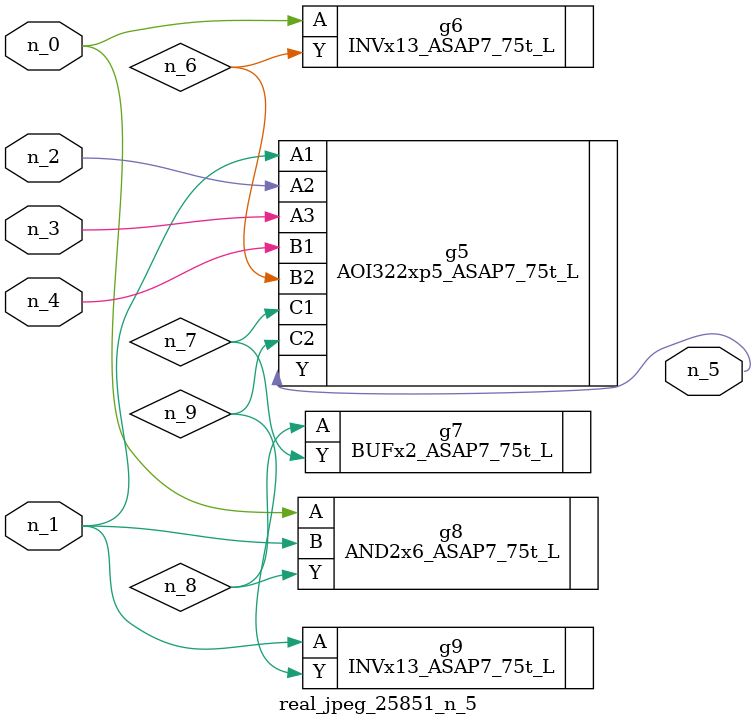
<source format=v>
module real_jpeg_25851_n_5 (n_4, n_0, n_1, n_2, n_3, n_5);

input n_4;
input n_0;
input n_1;
input n_2;
input n_3;

output n_5;

wire n_8;
wire n_6;
wire n_7;
wire n_9;

INVx13_ASAP7_75t_L g6 ( 
.A(n_0),
.Y(n_6)
);

AND2x6_ASAP7_75t_L g8 ( 
.A(n_0),
.B(n_1),
.Y(n_8)
);

AOI322xp5_ASAP7_75t_L g5 ( 
.A1(n_1),
.A2(n_2),
.A3(n_3),
.B1(n_4),
.B2(n_6),
.C1(n_7),
.C2(n_9),
.Y(n_5)
);

INVx13_ASAP7_75t_L g9 ( 
.A(n_1),
.Y(n_9)
);

BUFx2_ASAP7_75t_L g7 ( 
.A(n_8),
.Y(n_7)
);


endmodule
</source>
